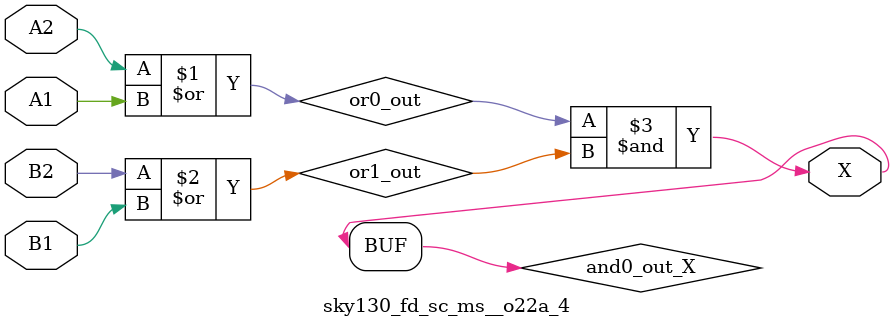
<source format=v>
/*
 * Copyright 2020 The SkyWater PDK Authors
 *
 * Licensed under the Apache License, Version 2.0 (the "License");
 * you may not use this file except in compliance with the License.
 * You may obtain a copy of the License at
 *
 *     https://www.apache.org/licenses/LICENSE-2.0
 *
 * Unless required by applicable law or agreed to in writing, software
 * distributed under the License is distributed on an "AS IS" BASIS,
 * WITHOUT WARRANTIES OR CONDITIONS OF ANY KIND, either express or implied.
 * See the License for the specific language governing permissions and
 * limitations under the License.
 *
 * SPDX-License-Identifier: Apache-2.0
*/


`ifndef SKY130_FD_SC_MS__O22A_4_FUNCTIONAL_V
`define SKY130_FD_SC_MS__O22A_4_FUNCTIONAL_V

/**
 * o22a: 2-input OR into both inputs of 2-input AND.
 *
 *       X = ((A1 | A2) & (B1 | B2))
 *
 * Verilog simulation functional model.
 */

`timescale 1ns / 1ps
`default_nettype none

`celldefine
module sky130_fd_sc_ms__o22a_4 (
    X ,
    A1,
    A2,
    B1,
    B2
);

    // Module ports
    output X ;
    input  A1;
    input  A2;
    input  B1;
    input  B2;

    // Local signals
    wire or0_out   ;
    wire or1_out   ;
    wire and0_out_X;

    //  Name  Output      Other arguments
    or  or0  (or0_out   , A2, A1          );
    or  or1  (or1_out   , B2, B1          );
    and and0 (and0_out_X, or0_out, or1_out);
    buf buf0 (X         , and0_out_X      );

endmodule
`endcelldefine

`default_nettype wire
`endif  // SKY130_FD_SC_MS__O22A_4_FUNCTIONAL_V

</source>
